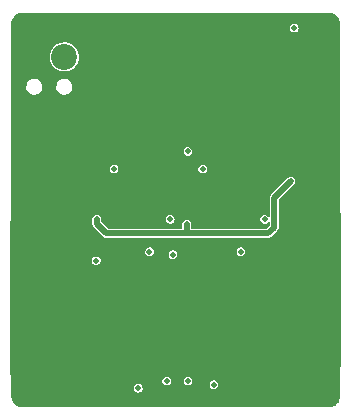
<source format=gbl>
%TF.GenerationSoftware,KiCad,Pcbnew,5.99.0-unknown-b691c18bfc~117~ubuntu20.10.1*%
%TF.CreationDate,2021-03-07T12:14:31-07:00*%
%TF.ProjectId,maam-011132,6d61616d-2d30-4313-9131-33322e6b6963,rev?*%
%TF.SameCoordinates,Original*%
%TF.FileFunction,Copper,L4,Bot*%
%TF.FilePolarity,Positive*%
%FSLAX46Y46*%
G04 Gerber Fmt 4.6, Leading zero omitted, Abs format (unit mm)*
G04 Created by KiCad (PCBNEW 5.99.0-unknown-b691c18bfc~117~ubuntu20.10.1) date 2021-03-07 12:14:31*
%MOMM*%
%LPD*%
G01*
G04 APERTURE LIST*
%TA.AperFunction,ComponentPad*%
%ADD10C,0.500000*%
%TD*%
%TA.AperFunction,ComponentPad*%
%ADD11C,3.000000*%
%TD*%
%TA.AperFunction,SMDPad,CuDef*%
%ADD12R,5.100000X13.000000*%
%TD*%
%TA.AperFunction,ComponentPad*%
%ADD13C,2.200000*%
%TD*%
%TA.AperFunction,ComponentPad*%
%ADD14R,2.200000X2.200000*%
%TD*%
%TA.AperFunction,ViaPad*%
%ADD15C,0.480000*%
%TD*%
%TA.AperFunction,ViaPad*%
%ADD16C,0.800000*%
%TD*%
%TA.AperFunction,Conductor*%
%ADD17C,0.500000*%
%TD*%
G04 APERTURE END LIST*
D10*
%TO.P,J4,2,Ext*%
%TO.N,EP*%
X99835000Y-65125000D03*
X99835000Y-68125000D03*
D11*
X102225000Y-73800000D03*
D10*
X99835000Y-67125000D03*
X99835000Y-71925000D03*
X99835000Y-72925000D03*
X99835000Y-73925000D03*
D12*
X101985000Y-69125000D03*
D11*
X102225000Y-64450000D03*
D10*
X99835000Y-63125000D03*
X99835000Y-66125000D03*
X99835000Y-74925000D03*
X99835000Y-69925000D03*
X99835000Y-64125000D03*
X99835000Y-70925000D03*
%TD*%
%TO.P,J3,2,Ext*%
%TO.N,EP*%
X127100000Y-72475000D03*
X127100000Y-69475000D03*
D11*
X124710000Y-63800000D03*
D10*
X127100000Y-70475000D03*
X127100000Y-65675000D03*
X127100000Y-64675000D03*
X127100000Y-63675000D03*
D12*
X124950000Y-68475000D03*
D11*
X124710000Y-73150000D03*
D10*
X127100000Y-74475000D03*
X127100000Y-71475000D03*
X127100000Y-62675000D03*
X127100000Y-67675000D03*
X127100000Y-73475000D03*
X127100000Y-66675000D03*
%TD*%
D13*
%TO.P,J1,2,Pin_2*%
%TO.N,Net-(J1-Pad2)*%
X104040000Y-48740000D03*
D14*
%TO.P,J1,1,Pin_1*%
%TO.N,EP*%
X101500000Y-48740000D03*
%TD*%
D15*
%TO.N,EP*%
X112000000Y-74250000D03*
D16*
X121500000Y-51490000D03*
D15*
X114000000Y-67900000D03*
D16*
X111000000Y-54740000D03*
D15*
X122750000Y-72000000D03*
D16*
X115500000Y-51240000D03*
D15*
X126500000Y-46000000D03*
D16*
X117250000Y-46490000D03*
D15*
X117750000Y-73750000D03*
X113400000Y-69700000D03*
X113400000Y-68500000D03*
X105500000Y-76000000D03*
X118750000Y-60000000D03*
X115250000Y-74250000D03*
D16*
X116500000Y-51240000D03*
X115500000Y-54740000D03*
X121250000Y-45740000D03*
D15*
X119750000Y-76500000D03*
X120250000Y-65250000D03*
X115250000Y-72000000D03*
X111000000Y-59000000D03*
X113400000Y-69100000D03*
X104250000Y-72750000D03*
D16*
X115500000Y-48240000D03*
X116000000Y-51990000D03*
X120250000Y-48490000D03*
D15*
X106750000Y-59000000D03*
D16*
X116500000Y-48240000D03*
D15*
X104250000Y-75250000D03*
D16*
X112000000Y-50740000D03*
D15*
X109750000Y-73750000D03*
X104250000Y-63000000D03*
D16*
X109250000Y-57240000D03*
X116000000Y-50490000D03*
X114750000Y-51990000D03*
D15*
X114600000Y-69100000D03*
X114600000Y-68500000D03*
X111000000Y-60000000D03*
X112800000Y-67900000D03*
X114600000Y-69700000D03*
D16*
X119750000Y-47740000D03*
D15*
X114600000Y-67900000D03*
X111250000Y-76000000D03*
D16*
X117500000Y-51740000D03*
X119750000Y-45740000D03*
D15*
X106750000Y-60000000D03*
D16*
X109750000Y-54740000D03*
D15*
X112800000Y-69100000D03*
X117750000Y-72750000D03*
D16*
X116000000Y-48990000D03*
D15*
X114000000Y-69100000D03*
X114250000Y-59000000D03*
X104250000Y-65500000D03*
D16*
X112250000Y-54740000D03*
D15*
X112250000Y-72000000D03*
X118750000Y-59000000D03*
D16*
X113000000Y-51490000D03*
D15*
X122750000Y-65000000D03*
X112250000Y-65000000D03*
X121500000Y-75750000D03*
X114000000Y-69700000D03*
D16*
X121500000Y-49240000D03*
D15*
X122750000Y-74500000D03*
X109750000Y-72750000D03*
X122750000Y-62500000D03*
X114250000Y-60000000D03*
X112800000Y-69700000D03*
X113400000Y-67900000D03*
X114000000Y-68500000D03*
X112800000Y-68500000D03*
X107500000Y-76750000D03*
X116000000Y-76000000D03*
%TO.N,-5V*%
X114500000Y-56750000D03*
X123500000Y-46300000D03*
%TO.N,/mmic_bias_a/Vd*%
X114500000Y-76200000D03*
X113250000Y-65500000D03*
%TO.N,/mmic_bias_a/Vg*%
X121000000Y-62500000D03*
X116700000Y-76500000D03*
%TO.N,+4V*%
X111250000Y-65250000D03*
X119000000Y-65250000D03*
X115750000Y-58250000D03*
X108250000Y-58250000D03*
%TO.N,/mmic_bias_a1/Vd*%
X106750000Y-66000000D03*
X112700000Y-76200000D03*
%TO.N,/mmic_bias_a1/Vg*%
X113000000Y-62500000D03*
X110300000Y-76800000D03*
%TO.N,/mmic_bias_a/Vp*%
X114400000Y-62900000D03*
X106800000Y-62500000D03*
X123200000Y-59300000D03*
%TD*%
D17*
%TO.N,/mmic_bias_a/Vp*%
X107600000Y-63700000D02*
X114400000Y-63700000D01*
X114400000Y-63700000D02*
X121300000Y-63700000D01*
X121800000Y-60700000D02*
X123200000Y-59300000D01*
X106800000Y-62500000D02*
X106800000Y-62900000D01*
X121800000Y-63200000D02*
X121800000Y-60700000D01*
X121300000Y-63700000D02*
X121800000Y-63200000D01*
X106800000Y-62900000D02*
X107600000Y-63700000D01*
X114400000Y-62900000D02*
X114400000Y-63700000D01*
%TD*%
%TA.AperFunction,Conductor*%
%TO.N,EP*%
G36*
X126457648Y-45030167D02*
G01*
X126457991Y-45030400D01*
X126462403Y-45031147D01*
X126500051Y-45032039D01*
X126556796Y-45033383D01*
X126561441Y-45033666D01*
X126594273Y-45036899D01*
X126598977Y-45037362D01*
X126605039Y-45038261D01*
X126641363Y-45045487D01*
X126732715Y-45063658D01*
X126738664Y-45065148D01*
X126760612Y-45071805D01*
X126765381Y-45073252D01*
X126765384Y-45073253D01*
X126771157Y-45075319D01*
X126891416Y-45125132D01*
X126896941Y-45127745D01*
X126921565Y-45140907D01*
X126926819Y-45144056D01*
X127035054Y-45216376D01*
X127039979Y-45220029D01*
X127061561Y-45237740D01*
X127066107Y-45241860D01*
X127158147Y-45333900D01*
X127162255Y-45338432D01*
X127179973Y-45360021D01*
X127183618Y-45364936D01*
X127255945Y-45473183D01*
X127259095Y-45478438D01*
X127272248Y-45503046D01*
X127274867Y-45508584D01*
X127324682Y-45628848D01*
X127326748Y-45634622D01*
X127334850Y-45661329D01*
X127336341Y-45667280D01*
X127361738Y-45794958D01*
X127362638Y-45801026D01*
X127366335Y-45838569D01*
X127366618Y-45843214D01*
X127368293Y-45913913D01*
X127368441Y-45920164D01*
X127370040Y-45925172D01*
X127373000Y-45944177D01*
X127373000Y-77466282D01*
X127369832Y-77482649D01*
X127369600Y-77482991D01*
X127368853Y-77487402D01*
X127368800Y-77489658D01*
X127368799Y-77489664D01*
X127366618Y-77581787D01*
X127366335Y-77586432D01*
X127362638Y-77623975D01*
X127361739Y-77630039D01*
X127336341Y-77757719D01*
X127334852Y-77763664D01*
X127326746Y-77790384D01*
X127324680Y-77796158D01*
X127274867Y-77916416D01*
X127272249Y-77921952D01*
X127259088Y-77946575D01*
X127255954Y-77951804D01*
X127183618Y-78060064D01*
X127179972Y-78064980D01*
X127167186Y-78080560D01*
X127162259Y-78086563D01*
X127158141Y-78091106D01*
X127066100Y-78183147D01*
X127061568Y-78187255D01*
X127039977Y-78204974D01*
X127035066Y-78208617D01*
X127008524Y-78226351D01*
X126926817Y-78280945D01*
X126921562Y-78284095D01*
X126896953Y-78297249D01*
X126891416Y-78299867D01*
X126771139Y-78349688D01*
X126765389Y-78351745D01*
X126738656Y-78359855D01*
X126732726Y-78361340D01*
X126656443Y-78376514D01*
X126605048Y-78386737D01*
X126598981Y-78387637D01*
X126561433Y-78391335D01*
X126556786Y-78391618D01*
X126484308Y-78393334D01*
X126484307Y-78393334D01*
X126479837Y-78393440D01*
X126475582Y-78394798D01*
X126475579Y-78394799D01*
X126474829Y-78395039D01*
X126455819Y-78398000D01*
X100483718Y-78398000D01*
X100467351Y-78394832D01*
X100467009Y-78394600D01*
X100462598Y-78393853D01*
X100460342Y-78393800D01*
X100460336Y-78393799D01*
X100368213Y-78391618D01*
X100363568Y-78391335D01*
X100331575Y-78388184D01*
X100326023Y-78387638D01*
X100319961Y-78386739D01*
X100192281Y-78361341D01*
X100186336Y-78359852D01*
X100159616Y-78351746D01*
X100153842Y-78349680D01*
X100033584Y-78299867D01*
X100028048Y-78297249D01*
X100003425Y-78284088D01*
X99998196Y-78280954D01*
X99889930Y-78208613D01*
X99885020Y-78204972D01*
X99869440Y-78192186D01*
X99863437Y-78187259D01*
X99858894Y-78183141D01*
X99766853Y-78091100D01*
X99762745Y-78086568D01*
X99745026Y-78064977D01*
X99741382Y-78060064D01*
X99669055Y-77951817D01*
X99665902Y-77946557D01*
X99665901Y-77946555D01*
X99652751Y-77921953D01*
X99650133Y-77916416D01*
X99638541Y-77888432D01*
X99600312Y-77796139D01*
X99598253Y-77790384D01*
X99590145Y-77763656D01*
X99588660Y-77757726D01*
X99569392Y-77660859D01*
X99563263Y-77630048D01*
X99562363Y-77623981D01*
X99558665Y-77586433D01*
X99558382Y-77581786D01*
X99556666Y-77509308D01*
X99556666Y-77509307D01*
X99556560Y-77504837D01*
X99555202Y-77500582D01*
X99555201Y-77500579D01*
X99554961Y-77499829D01*
X99552000Y-77480819D01*
X99552000Y-76858272D01*
X109932086Y-76858272D01*
X109933720Y-76863169D01*
X109933720Y-76863171D01*
X109956245Y-76930686D01*
X109970797Y-76974304D01*
X110045006Y-77071541D01*
X110146711Y-77139498D01*
X110264945Y-77170847D01*
X110293493Y-77168826D01*
X110381807Y-77162573D01*
X110381809Y-77162573D01*
X110386958Y-77162208D01*
X110391710Y-77160196D01*
X110391713Y-77160195D01*
X110494840Y-77116526D01*
X110494842Y-77116524D01*
X110499595Y-77114512D01*
X110590710Y-77032903D01*
X110650478Y-76926180D01*
X110660650Y-76870482D01*
X110671968Y-76808513D01*
X110671968Y-76808511D01*
X110672454Y-76805851D01*
X110672500Y-76800000D01*
X110652417Y-76679341D01*
X110649700Y-76674304D01*
X110620694Y-76620547D01*
X110594333Y-76571692D01*
X110504511Y-76488662D01*
X110435463Y-76458136D01*
X110397361Y-76441291D01*
X110397359Y-76441290D01*
X110392637Y-76439203D01*
X110387494Y-76438758D01*
X110387492Y-76438757D01*
X110275917Y-76429093D01*
X110275914Y-76429093D01*
X110270774Y-76428648D01*
X110265767Y-76429892D01*
X110265764Y-76429892D01*
X110157076Y-76456890D01*
X110157073Y-76456891D01*
X110152062Y-76458136D01*
X110049303Y-76524487D01*
X109973576Y-76620547D01*
X109933047Y-76735956D01*
X109933006Y-76741120D01*
X109933006Y-76741122D01*
X109932767Y-76771541D01*
X109932086Y-76858272D01*
X99552000Y-76858272D01*
X99552000Y-76258272D01*
X112332086Y-76258272D01*
X112333720Y-76263169D01*
X112333720Y-76263171D01*
X112356245Y-76330686D01*
X112370797Y-76374304D01*
X112373930Y-76378409D01*
X112373931Y-76378411D01*
X112407901Y-76422922D01*
X112445006Y-76471541D01*
X112546711Y-76539498D01*
X112664945Y-76570847D01*
X112702528Y-76568186D01*
X112781807Y-76562573D01*
X112781809Y-76562573D01*
X112786958Y-76562208D01*
X112791710Y-76560196D01*
X112791713Y-76560195D01*
X112894840Y-76516526D01*
X112894842Y-76516524D01*
X112899595Y-76514512D01*
X112990710Y-76432903D01*
X113050478Y-76326180D01*
X113061070Y-76268186D01*
X113062881Y-76258272D01*
X114132086Y-76258272D01*
X114133720Y-76263169D01*
X114133720Y-76263171D01*
X114156245Y-76330686D01*
X114170797Y-76374304D01*
X114173930Y-76378409D01*
X114173931Y-76378411D01*
X114207901Y-76422922D01*
X114245006Y-76471541D01*
X114346711Y-76539498D01*
X114464945Y-76570847D01*
X114502528Y-76568186D01*
X114581807Y-76562573D01*
X114581809Y-76562573D01*
X114586958Y-76562208D01*
X114591710Y-76560196D01*
X114591713Y-76560195D01*
X114596254Y-76558272D01*
X116332086Y-76558272D01*
X116333720Y-76563169D01*
X116333720Y-76563171D01*
X116356245Y-76630686D01*
X116370797Y-76674304D01*
X116373930Y-76678409D01*
X116373931Y-76678411D01*
X116407901Y-76722922D01*
X116445006Y-76771541D01*
X116546711Y-76839498D01*
X116664945Y-76870847D01*
X116693493Y-76868826D01*
X116781807Y-76862573D01*
X116781809Y-76862573D01*
X116786958Y-76862208D01*
X116791710Y-76860196D01*
X116791713Y-76860195D01*
X116894840Y-76816526D01*
X116894842Y-76816524D01*
X116899595Y-76814512D01*
X116990710Y-76732903D01*
X117050478Y-76626180D01*
X117060650Y-76570482D01*
X117071968Y-76508513D01*
X117071968Y-76508511D01*
X117072454Y-76505851D01*
X117072500Y-76500000D01*
X117070266Y-76486573D01*
X117053265Y-76384436D01*
X117052417Y-76379341D01*
X117049700Y-76374304D01*
X117020694Y-76320547D01*
X116994333Y-76271692D01*
X116904511Y-76188662D01*
X116835463Y-76158136D01*
X116797361Y-76141291D01*
X116797359Y-76141290D01*
X116792637Y-76139203D01*
X116787494Y-76138758D01*
X116787492Y-76138757D01*
X116675917Y-76129093D01*
X116675914Y-76129093D01*
X116670774Y-76128648D01*
X116665767Y-76129892D01*
X116665764Y-76129892D01*
X116557076Y-76156890D01*
X116557073Y-76156891D01*
X116552062Y-76158136D01*
X116449303Y-76224487D01*
X116373576Y-76320547D01*
X116356419Y-76369404D01*
X116335177Y-76429892D01*
X116333047Y-76435956D01*
X116333006Y-76441120D01*
X116333006Y-76441122D01*
X116332767Y-76471541D01*
X116332086Y-76558272D01*
X114596254Y-76558272D01*
X114694840Y-76516526D01*
X114694842Y-76516524D01*
X114699595Y-76514512D01*
X114790710Y-76432903D01*
X114850478Y-76326180D01*
X114861070Y-76268186D01*
X114871968Y-76208513D01*
X114871968Y-76208511D01*
X114872454Y-76205851D01*
X114872500Y-76200000D01*
X114870266Y-76186573D01*
X114853265Y-76084436D01*
X114852417Y-76079341D01*
X114794333Y-75971692D01*
X114704511Y-75888662D01*
X114635463Y-75858136D01*
X114597361Y-75841291D01*
X114597359Y-75841290D01*
X114592637Y-75839203D01*
X114587494Y-75838758D01*
X114587492Y-75838757D01*
X114475917Y-75829093D01*
X114475914Y-75829093D01*
X114470774Y-75828648D01*
X114465767Y-75829892D01*
X114465764Y-75829892D01*
X114357076Y-75856890D01*
X114357073Y-75856891D01*
X114352062Y-75858136D01*
X114249303Y-75924487D01*
X114173576Y-76020547D01*
X114171864Y-76025423D01*
X114135177Y-76129892D01*
X114133047Y-76135956D01*
X114133006Y-76141120D01*
X114133006Y-76141122D01*
X114132649Y-76186573D01*
X114132086Y-76258272D01*
X113062881Y-76258272D01*
X113071968Y-76208513D01*
X113071968Y-76208511D01*
X113072454Y-76205851D01*
X113072500Y-76200000D01*
X113070266Y-76186573D01*
X113053265Y-76084436D01*
X113052417Y-76079341D01*
X112994333Y-75971692D01*
X112904511Y-75888662D01*
X112835463Y-75858136D01*
X112797361Y-75841291D01*
X112797359Y-75841290D01*
X112792637Y-75839203D01*
X112787494Y-75838758D01*
X112787492Y-75838757D01*
X112675917Y-75829093D01*
X112675914Y-75829093D01*
X112670774Y-75828648D01*
X112665767Y-75829892D01*
X112665764Y-75829892D01*
X112557076Y-75856890D01*
X112557073Y-75856891D01*
X112552062Y-75858136D01*
X112449303Y-75924487D01*
X112373576Y-76020547D01*
X112371864Y-76025423D01*
X112335177Y-76129892D01*
X112333047Y-76135956D01*
X112333006Y-76141120D01*
X112333006Y-76141122D01*
X112332649Y-76186573D01*
X112332086Y-76258272D01*
X99552000Y-76258272D01*
X99552000Y-66058272D01*
X106382086Y-66058272D01*
X106383720Y-66063169D01*
X106383720Y-66063171D01*
X106406245Y-66130686D01*
X106420797Y-66174304D01*
X106495006Y-66271541D01*
X106596711Y-66339498D01*
X106714945Y-66370847D01*
X106743493Y-66368826D01*
X106831807Y-66362573D01*
X106831809Y-66362573D01*
X106836958Y-66362208D01*
X106841710Y-66360196D01*
X106841713Y-66360195D01*
X106944840Y-66316526D01*
X106944842Y-66316524D01*
X106949595Y-66314512D01*
X107040710Y-66232903D01*
X107100478Y-66126180D01*
X107101406Y-66121099D01*
X107121968Y-66008513D01*
X107121968Y-66008511D01*
X107122454Y-66005851D01*
X107122500Y-66000000D01*
X107102417Y-65879341D01*
X107092087Y-65860195D01*
X107068524Y-65816526D01*
X107044333Y-65771692D01*
X106954511Y-65688662D01*
X106885463Y-65658136D01*
X106847361Y-65641291D01*
X106847359Y-65641290D01*
X106842637Y-65639203D01*
X106837494Y-65638758D01*
X106837492Y-65638757D01*
X106725917Y-65629093D01*
X106725914Y-65629093D01*
X106720774Y-65628648D01*
X106715767Y-65629892D01*
X106715764Y-65629892D01*
X106607076Y-65656890D01*
X106607073Y-65656891D01*
X106602062Y-65658136D01*
X106499303Y-65724487D01*
X106423576Y-65820547D01*
X106383047Y-65935956D01*
X106382086Y-66058272D01*
X99552000Y-66058272D01*
X99552000Y-65308272D01*
X110882086Y-65308272D01*
X110883720Y-65313169D01*
X110883720Y-65313171D01*
X110905796Y-65379341D01*
X110920797Y-65424304D01*
X110923930Y-65428409D01*
X110923931Y-65428411D01*
X110933632Y-65441122D01*
X110995006Y-65521541D01*
X111096711Y-65589498D01*
X111214945Y-65620847D01*
X111243493Y-65618826D01*
X111331807Y-65612573D01*
X111331809Y-65612573D01*
X111336958Y-65612208D01*
X111341710Y-65610196D01*
X111341713Y-65610195D01*
X111444840Y-65566526D01*
X111444842Y-65566524D01*
X111449595Y-65564512D01*
X111456562Y-65558272D01*
X112882086Y-65558272D01*
X112883720Y-65563169D01*
X112883720Y-65563171D01*
X112909086Y-65639203D01*
X112920797Y-65674304D01*
X112923930Y-65678409D01*
X112923931Y-65678411D01*
X112934432Y-65692170D01*
X112995006Y-65771541D01*
X113096711Y-65839498D01*
X113214945Y-65870847D01*
X113243493Y-65868826D01*
X113331807Y-65862573D01*
X113331809Y-65862573D01*
X113336958Y-65862208D01*
X113341710Y-65860196D01*
X113341713Y-65860195D01*
X113444840Y-65816526D01*
X113444842Y-65816524D01*
X113449595Y-65814512D01*
X113540710Y-65732903D01*
X113545424Y-65724487D01*
X113581012Y-65660939D01*
X113600478Y-65626180D01*
X113611741Y-65564512D01*
X113621968Y-65508513D01*
X113621968Y-65508511D01*
X113622454Y-65505851D01*
X113622500Y-65500000D01*
X113619655Y-65482903D01*
X113603265Y-65384436D01*
X113602417Y-65379341D01*
X113564070Y-65308272D01*
X118632086Y-65308272D01*
X118633720Y-65313169D01*
X118633720Y-65313171D01*
X118655796Y-65379341D01*
X118670797Y-65424304D01*
X118673930Y-65428409D01*
X118673931Y-65428411D01*
X118683632Y-65441122D01*
X118745006Y-65521541D01*
X118846711Y-65589498D01*
X118964945Y-65620847D01*
X118993493Y-65618826D01*
X119081807Y-65612573D01*
X119081809Y-65612573D01*
X119086958Y-65612208D01*
X119091710Y-65610196D01*
X119091713Y-65610195D01*
X119194840Y-65566526D01*
X119194842Y-65566524D01*
X119199595Y-65564512D01*
X119290710Y-65482903D01*
X119350478Y-65376180D01*
X119361380Y-65316488D01*
X119371968Y-65258513D01*
X119371968Y-65258511D01*
X119372454Y-65255851D01*
X119372500Y-65250000D01*
X119367788Y-65221686D01*
X119353265Y-65134436D01*
X119352417Y-65129341D01*
X119294333Y-65021692D01*
X119204511Y-64938662D01*
X119135463Y-64908136D01*
X119097361Y-64891291D01*
X119097359Y-64891290D01*
X119092637Y-64889203D01*
X119087494Y-64888758D01*
X119087492Y-64888757D01*
X118975917Y-64879093D01*
X118975914Y-64879093D01*
X118970774Y-64878648D01*
X118965767Y-64879892D01*
X118965764Y-64879892D01*
X118857076Y-64906890D01*
X118857073Y-64906891D01*
X118852062Y-64908136D01*
X118749303Y-64974487D01*
X118673576Y-65070547D01*
X118633047Y-65185956D01*
X118632086Y-65308272D01*
X113564070Y-65308272D01*
X113544333Y-65271692D01*
X113454511Y-65188662D01*
X113385463Y-65158136D01*
X113347361Y-65141291D01*
X113347359Y-65141290D01*
X113342637Y-65139203D01*
X113337494Y-65138758D01*
X113337492Y-65138757D01*
X113225917Y-65129093D01*
X113225914Y-65129093D01*
X113220774Y-65128648D01*
X113215767Y-65129892D01*
X113215764Y-65129892D01*
X113107076Y-65156890D01*
X113107073Y-65156891D01*
X113102062Y-65158136D01*
X112999303Y-65224487D01*
X112923576Y-65320547D01*
X112921864Y-65325423D01*
X112885697Y-65428411D01*
X112883047Y-65435956D01*
X112883006Y-65441120D01*
X112883006Y-65441122D01*
X112882678Y-65482903D01*
X112882086Y-65558272D01*
X111456562Y-65558272D01*
X111540710Y-65482903D01*
X111600478Y-65376180D01*
X111611380Y-65316488D01*
X111621968Y-65258513D01*
X111621968Y-65258511D01*
X111622454Y-65255851D01*
X111622500Y-65250000D01*
X111617788Y-65221686D01*
X111603265Y-65134436D01*
X111602417Y-65129341D01*
X111544333Y-65021692D01*
X111454511Y-64938662D01*
X111385463Y-64908136D01*
X111347361Y-64891291D01*
X111347359Y-64891290D01*
X111342637Y-64889203D01*
X111337494Y-64888758D01*
X111337492Y-64888757D01*
X111225917Y-64879093D01*
X111225914Y-64879093D01*
X111220774Y-64878648D01*
X111215767Y-64879892D01*
X111215764Y-64879892D01*
X111107076Y-64906890D01*
X111107073Y-64906891D01*
X111102062Y-64908136D01*
X110999303Y-64974487D01*
X110923576Y-65070547D01*
X110883047Y-65185956D01*
X110882086Y-65308272D01*
X99552000Y-65308272D01*
X99552000Y-62881982D01*
X106417925Y-62881982D01*
X106418532Y-62887112D01*
X106418532Y-62887114D01*
X106422067Y-62916978D01*
X106422500Y-62924324D01*
X106422500Y-62930040D01*
X106422924Y-62932585D01*
X106426111Y-62951734D01*
X106426526Y-62954650D01*
X106432688Y-63006714D01*
X106434924Y-63011370D01*
X106436018Y-63015136D01*
X106437274Y-63018805D01*
X106438122Y-63023898D01*
X106440573Y-63028441D01*
X106440574Y-63028443D01*
X106463031Y-63070061D01*
X106464368Y-63072686D01*
X106487058Y-63119939D01*
X106489589Y-63122950D01*
X106492248Y-63126114D01*
X106492230Y-63126129D01*
X106494272Y-63128549D01*
X106495314Y-63129892D01*
X106497766Y-63134437D01*
X106501559Y-63137943D01*
X106533965Y-63167898D01*
X106535735Y-63169600D01*
X107300593Y-63934458D01*
X107308905Y-63944750D01*
X107314288Y-63953087D01*
X107314290Y-63953090D01*
X107317091Y-63957427D01*
X107326870Y-63965136D01*
X107344767Y-63979245D01*
X107350268Y-63984133D01*
X107354309Y-63988174D01*
X107372197Y-64000957D01*
X107374535Y-64002713D01*
X107411666Y-64031985D01*
X107411670Y-64031987D01*
X107415729Y-64035187D01*
X107420608Y-64036900D01*
X107424042Y-64038788D01*
X107427519Y-64040492D01*
X107431723Y-64043496D01*
X107436670Y-64044975D01*
X107436673Y-64044977D01*
X107481990Y-64058529D01*
X107484788Y-64059439D01*
X107534237Y-64076804D01*
X107538157Y-64077143D01*
X107538159Y-64077144D01*
X107542273Y-64077500D01*
X107542271Y-64077525D01*
X107545417Y-64077790D01*
X107547111Y-64078004D01*
X107552060Y-64079484D01*
X107601325Y-64077548D01*
X107603780Y-64077500D01*
X114383191Y-64077500D01*
X114388584Y-64077733D01*
X114424868Y-64080876D01*
X114424871Y-64080876D01*
X114430011Y-64081321D01*
X114435017Y-64080077D01*
X114435022Y-64080077D01*
X114437975Y-64079343D01*
X114453042Y-64077500D01*
X121254081Y-64077500D01*
X121267233Y-64078900D01*
X121281982Y-64082075D01*
X121287112Y-64081468D01*
X121287114Y-64081468D01*
X121316978Y-64077933D01*
X121324324Y-64077500D01*
X121330040Y-64077500D01*
X121346513Y-64074758D01*
X121351734Y-64073889D01*
X121354650Y-64073474D01*
X121401585Y-64067919D01*
X121406714Y-64067312D01*
X121411370Y-64065076D01*
X121415136Y-64063982D01*
X121418805Y-64062726D01*
X121423898Y-64061878D01*
X121428441Y-64059427D01*
X121428443Y-64059426D01*
X121470061Y-64036969D01*
X121472686Y-64035632D01*
X121516393Y-64014645D01*
X121516395Y-64014644D01*
X121519939Y-64012942D01*
X121526114Y-64007752D01*
X121526129Y-64007769D01*
X121528549Y-64005727D01*
X121529888Y-64004689D01*
X121534437Y-64002234D01*
X121567899Y-63966035D01*
X121569600Y-63964266D01*
X122034460Y-63499406D01*
X122044750Y-63491095D01*
X122053088Y-63485711D01*
X122053089Y-63485710D01*
X122057427Y-63482909D01*
X122079245Y-63455233D01*
X122084133Y-63449732D01*
X122088174Y-63445691D01*
X122100957Y-63427803D01*
X122102713Y-63425465D01*
X122131985Y-63388334D01*
X122131987Y-63388330D01*
X122135187Y-63384271D01*
X122136900Y-63379392D01*
X122138788Y-63375958D01*
X122140492Y-63372481D01*
X122143496Y-63368277D01*
X122144975Y-63363330D01*
X122144977Y-63363327D01*
X122158529Y-63318010D01*
X122159440Y-63315208D01*
X122175499Y-63269479D01*
X122176804Y-63265763D01*
X122177500Y-63257727D01*
X122177525Y-63257729D01*
X122177790Y-63254583D01*
X122178004Y-63252889D01*
X122179484Y-63247940D01*
X122177548Y-63198674D01*
X122177500Y-63196220D01*
X122177500Y-60882254D01*
X122195806Y-60838060D01*
X123486350Y-59547515D01*
X123488174Y-59545691D01*
X123543496Y-59468277D01*
X123579484Y-59347940D01*
X123574552Y-59222434D01*
X123572690Y-59217620D01*
X123572689Y-59217617D01*
X123531098Y-59110111D01*
X123529234Y-59105292D01*
X123448414Y-59009144D01*
X123340808Y-58944361D01*
X123335758Y-58943274D01*
X123335756Y-58943273D01*
X123279413Y-58931143D01*
X123218019Y-58917925D01*
X123212889Y-58918532D01*
X123212887Y-58918532D01*
X123098413Y-58932081D01*
X123098412Y-58932081D01*
X123093286Y-58932688D01*
X122980061Y-58987058D01*
X122977052Y-58989587D01*
X122977049Y-58989589D01*
X122974925Y-58991374D01*
X122974915Y-58991383D01*
X122973886Y-58992248D01*
X122972925Y-58993209D01*
X121565542Y-60400593D01*
X121555250Y-60408905D01*
X121546913Y-60414288D01*
X121546910Y-60414290D01*
X121542573Y-60417091D01*
X121539375Y-60421148D01*
X121520755Y-60444767D01*
X121515867Y-60450268D01*
X121511826Y-60454309D01*
X121499043Y-60472197D01*
X121497287Y-60474535D01*
X121468015Y-60511666D01*
X121468013Y-60511670D01*
X121464813Y-60515729D01*
X121463100Y-60520608D01*
X121461212Y-60524042D01*
X121459508Y-60527519D01*
X121456504Y-60531723D01*
X121455025Y-60536670D01*
X121455023Y-60536673D01*
X121441471Y-60581990D01*
X121440561Y-60584788D01*
X121423196Y-60634237D01*
X121422500Y-60642273D01*
X121422475Y-60642271D01*
X121422210Y-60645417D01*
X121421996Y-60647111D01*
X121420516Y-60652060D01*
X121420719Y-60657220D01*
X121422452Y-60701326D01*
X121422500Y-60703780D01*
X121422500Y-62261776D01*
X121404194Y-62305970D01*
X121360000Y-62324276D01*
X121315806Y-62305970D01*
X121304996Y-62291455D01*
X121296786Y-62276239D01*
X121294333Y-62271692D01*
X121204511Y-62188662D01*
X121135463Y-62158136D01*
X121097361Y-62141291D01*
X121097359Y-62141290D01*
X121092637Y-62139203D01*
X121087494Y-62138758D01*
X121087492Y-62138757D01*
X120975917Y-62129093D01*
X120975914Y-62129093D01*
X120970774Y-62128648D01*
X120965767Y-62129892D01*
X120965764Y-62129892D01*
X120857076Y-62156890D01*
X120857073Y-62156891D01*
X120852062Y-62158136D01*
X120749303Y-62224487D01*
X120673576Y-62320547D01*
X120633047Y-62435956D01*
X120633006Y-62441120D01*
X120633006Y-62441122D01*
X120632567Y-62497114D01*
X120632086Y-62558272D01*
X120633720Y-62563169D01*
X120633720Y-62563171D01*
X120656245Y-62630686D01*
X120670797Y-62674304D01*
X120673930Y-62678409D01*
X120673931Y-62678411D01*
X120699315Y-62711671D01*
X120745006Y-62771541D01*
X120846711Y-62839498D01*
X120964945Y-62870847D01*
X120993493Y-62868826D01*
X121081807Y-62862573D01*
X121081809Y-62862573D01*
X121086958Y-62862208D01*
X121091710Y-62860196D01*
X121091713Y-62860195D01*
X121194840Y-62816526D01*
X121194842Y-62816524D01*
X121199595Y-62814512D01*
X121290710Y-62732903D01*
X121305469Y-62706549D01*
X121343035Y-62676935D01*
X121390539Y-62682557D01*
X121420153Y-62720123D01*
X121422500Y-62737088D01*
X121422500Y-63017746D01*
X121404194Y-63061940D01*
X121161941Y-63304194D01*
X121117747Y-63322500D01*
X114840000Y-63322500D01*
X114795806Y-63304194D01*
X114777500Y-63260000D01*
X114777500Y-62869960D01*
X114761878Y-62776102D01*
X114702234Y-62665563D01*
X114610001Y-62580304D01*
X114605281Y-62578217D01*
X114605279Y-62578216D01*
X114499845Y-62531604D01*
X114499844Y-62531604D01*
X114495124Y-62529517D01*
X114432557Y-62524098D01*
X114375132Y-62519124D01*
X114375129Y-62519124D01*
X114369989Y-62518679D01*
X114364982Y-62519923D01*
X114364979Y-62519923D01*
X114253106Y-62547713D01*
X114253105Y-62547714D01*
X114248091Y-62548959D01*
X114142573Y-62617091D01*
X114064813Y-62715729D01*
X114023196Y-62834237D01*
X114022500Y-62842273D01*
X114022500Y-63260000D01*
X114004194Y-63304194D01*
X113960000Y-63322500D01*
X107782254Y-63322500D01*
X107738060Y-63304194D01*
X107195806Y-62761941D01*
X107177500Y-62717747D01*
X107177500Y-62558272D01*
X112632086Y-62558272D01*
X112633720Y-62563169D01*
X112633720Y-62563171D01*
X112656245Y-62630686D01*
X112670797Y-62674304D01*
X112673930Y-62678409D01*
X112673931Y-62678411D01*
X112699315Y-62711671D01*
X112745006Y-62771541D01*
X112846711Y-62839498D01*
X112964945Y-62870847D01*
X112993493Y-62868826D01*
X113081807Y-62862573D01*
X113081809Y-62862573D01*
X113086958Y-62862208D01*
X113091710Y-62860196D01*
X113091713Y-62860195D01*
X113194840Y-62816526D01*
X113194842Y-62816524D01*
X113199595Y-62814512D01*
X113290710Y-62732903D01*
X113350478Y-62626180D01*
X113358216Y-62583810D01*
X113371968Y-62508513D01*
X113371968Y-62508511D01*
X113372454Y-62505851D01*
X113372500Y-62500000D01*
X113367077Y-62467415D01*
X113353265Y-62384436D01*
X113352417Y-62379341D01*
X113294333Y-62271692D01*
X113204511Y-62188662D01*
X113135463Y-62158136D01*
X113097361Y-62141291D01*
X113097359Y-62141290D01*
X113092637Y-62139203D01*
X113087494Y-62138758D01*
X113087492Y-62138757D01*
X112975917Y-62129093D01*
X112975914Y-62129093D01*
X112970774Y-62128648D01*
X112965767Y-62129892D01*
X112965764Y-62129892D01*
X112857076Y-62156890D01*
X112857073Y-62156891D01*
X112852062Y-62158136D01*
X112749303Y-62224487D01*
X112673576Y-62320547D01*
X112633047Y-62435956D01*
X112633006Y-62441120D01*
X112633006Y-62441122D01*
X112632567Y-62497114D01*
X112632086Y-62558272D01*
X107177500Y-62558272D01*
X107177500Y-62469960D01*
X107161878Y-62376102D01*
X107102234Y-62265563D01*
X107010001Y-62180304D01*
X107005281Y-62178217D01*
X107005279Y-62178216D01*
X106899845Y-62131604D01*
X106899844Y-62131604D01*
X106895124Y-62129517D01*
X106832557Y-62124098D01*
X106775132Y-62119124D01*
X106775129Y-62119124D01*
X106769989Y-62118679D01*
X106764982Y-62119923D01*
X106764979Y-62119923D01*
X106653106Y-62147713D01*
X106653105Y-62147714D01*
X106648091Y-62148959D01*
X106542573Y-62217091D01*
X106464813Y-62315729D01*
X106423196Y-62434237D01*
X106422500Y-62442273D01*
X106422500Y-62854081D01*
X106421100Y-62867233D01*
X106417925Y-62881982D01*
X99552000Y-62881982D01*
X99552000Y-58308272D01*
X107882086Y-58308272D01*
X107883720Y-58313169D01*
X107883720Y-58313171D01*
X107906245Y-58380686D01*
X107920797Y-58424304D01*
X107995006Y-58521541D01*
X108096711Y-58589498D01*
X108214945Y-58620847D01*
X108243493Y-58618826D01*
X108331807Y-58612573D01*
X108331809Y-58612573D01*
X108336958Y-58612208D01*
X108341710Y-58610196D01*
X108341713Y-58610195D01*
X108444840Y-58566526D01*
X108444842Y-58566524D01*
X108449595Y-58564512D01*
X108540710Y-58482903D01*
X108600478Y-58376180D01*
X108601406Y-58371099D01*
X108612880Y-58308272D01*
X115382086Y-58308272D01*
X115383720Y-58313169D01*
X115383720Y-58313171D01*
X115406245Y-58380686D01*
X115420797Y-58424304D01*
X115495006Y-58521541D01*
X115596711Y-58589498D01*
X115714945Y-58620847D01*
X115743493Y-58618826D01*
X115831807Y-58612573D01*
X115831809Y-58612573D01*
X115836958Y-58612208D01*
X115841710Y-58610196D01*
X115841713Y-58610195D01*
X115944840Y-58566526D01*
X115944842Y-58566524D01*
X115949595Y-58564512D01*
X116040710Y-58482903D01*
X116100478Y-58376180D01*
X116101406Y-58371099D01*
X116121968Y-58258513D01*
X116121968Y-58258511D01*
X116122454Y-58255851D01*
X116122500Y-58250000D01*
X116102417Y-58129341D01*
X116044333Y-58021692D01*
X115954511Y-57938662D01*
X115885463Y-57908136D01*
X115847361Y-57891291D01*
X115847359Y-57891290D01*
X115842637Y-57889203D01*
X115837494Y-57888758D01*
X115837492Y-57888757D01*
X115725917Y-57879093D01*
X115725914Y-57879093D01*
X115720774Y-57878648D01*
X115715767Y-57879892D01*
X115715764Y-57879892D01*
X115607076Y-57906890D01*
X115607073Y-57906891D01*
X115602062Y-57908136D01*
X115499303Y-57974487D01*
X115423576Y-58070547D01*
X115383047Y-58185956D01*
X115382086Y-58308272D01*
X108612880Y-58308272D01*
X108621968Y-58258513D01*
X108621968Y-58258511D01*
X108622454Y-58255851D01*
X108622500Y-58250000D01*
X108602417Y-58129341D01*
X108544333Y-58021692D01*
X108454511Y-57938662D01*
X108385463Y-57908136D01*
X108347361Y-57891291D01*
X108347359Y-57891290D01*
X108342637Y-57889203D01*
X108337494Y-57888758D01*
X108337492Y-57888757D01*
X108225917Y-57879093D01*
X108225914Y-57879093D01*
X108220774Y-57878648D01*
X108215767Y-57879892D01*
X108215764Y-57879892D01*
X108107076Y-57906890D01*
X108107073Y-57906891D01*
X108102062Y-57908136D01*
X107999303Y-57974487D01*
X107923576Y-58070547D01*
X107883047Y-58185956D01*
X107882086Y-58308272D01*
X99552000Y-58308272D01*
X99552000Y-56808272D01*
X114132086Y-56808272D01*
X114133720Y-56813169D01*
X114133720Y-56813171D01*
X114156245Y-56880686D01*
X114170797Y-56924304D01*
X114245006Y-57021541D01*
X114346711Y-57089498D01*
X114464945Y-57120847D01*
X114493493Y-57118826D01*
X114581807Y-57112573D01*
X114581809Y-57112573D01*
X114586958Y-57112208D01*
X114591710Y-57110196D01*
X114591713Y-57110195D01*
X114694840Y-57066526D01*
X114694842Y-57066524D01*
X114699595Y-57064512D01*
X114790710Y-56982903D01*
X114850478Y-56876180D01*
X114851406Y-56871099D01*
X114871968Y-56758513D01*
X114871968Y-56758511D01*
X114872454Y-56755851D01*
X114872500Y-56750000D01*
X114852417Y-56629341D01*
X114794333Y-56521692D01*
X114704511Y-56438662D01*
X114635463Y-56408136D01*
X114597361Y-56391291D01*
X114597359Y-56391290D01*
X114592637Y-56389203D01*
X114587494Y-56388758D01*
X114587492Y-56388757D01*
X114475917Y-56379093D01*
X114475914Y-56379093D01*
X114470774Y-56378648D01*
X114465767Y-56379892D01*
X114465764Y-56379892D01*
X114357076Y-56406890D01*
X114357073Y-56406891D01*
X114352062Y-56408136D01*
X114249303Y-56474487D01*
X114173576Y-56570547D01*
X114133047Y-56685956D01*
X114132086Y-56808272D01*
X99552000Y-56808272D01*
X99552000Y-51272853D01*
X100817537Y-51272853D01*
X100835532Y-51435849D01*
X100836826Y-51439386D01*
X100836827Y-51439389D01*
X100874899Y-51543425D01*
X100891888Y-51589849D01*
X100983351Y-51725960D01*
X101104641Y-51836325D01*
X101248755Y-51914572D01*
X101252397Y-51915528D01*
X101252401Y-51915529D01*
X101403726Y-51955228D01*
X101407374Y-51956185D01*
X101494736Y-51957557D01*
X101567572Y-51958702D01*
X101567574Y-51958702D01*
X101571341Y-51958761D01*
X101731189Y-51922151D01*
X101734553Y-51920459D01*
X101734556Y-51920458D01*
X101803948Y-51885557D01*
X101877690Y-51848469D01*
X101880555Y-51846022D01*
X101880558Y-51846020D01*
X101999524Y-51744413D01*
X101999527Y-51744410D01*
X102002386Y-51741968D01*
X102004581Y-51738913D01*
X102004584Y-51738910D01*
X102095879Y-51611859D01*
X102095880Y-51611857D01*
X102098079Y-51608797D01*
X102122684Y-51547589D01*
X102157840Y-51460138D01*
X102157841Y-51460134D01*
X102159244Y-51456644D01*
X102182350Y-51294293D01*
X102182500Y-51280000D01*
X102182255Y-51277979D01*
X102182255Y-51277971D01*
X102181636Y-51272853D01*
X103357537Y-51272853D01*
X103375532Y-51435849D01*
X103376826Y-51439386D01*
X103376827Y-51439389D01*
X103414899Y-51543425D01*
X103431888Y-51589849D01*
X103523351Y-51725960D01*
X103644641Y-51836325D01*
X103788755Y-51914572D01*
X103792397Y-51915528D01*
X103792401Y-51915529D01*
X103943726Y-51955228D01*
X103947374Y-51956185D01*
X104034736Y-51957557D01*
X104107572Y-51958702D01*
X104107574Y-51958702D01*
X104111341Y-51958761D01*
X104271189Y-51922151D01*
X104274553Y-51920459D01*
X104274556Y-51920458D01*
X104343948Y-51885557D01*
X104417690Y-51848469D01*
X104420555Y-51846022D01*
X104420558Y-51846020D01*
X104539524Y-51744413D01*
X104539527Y-51744410D01*
X104542386Y-51741968D01*
X104544581Y-51738913D01*
X104544584Y-51738910D01*
X104635879Y-51611859D01*
X104635880Y-51611857D01*
X104638079Y-51608797D01*
X104662684Y-51547589D01*
X104697840Y-51460138D01*
X104697841Y-51460134D01*
X104699244Y-51456644D01*
X104722350Y-51294293D01*
X104722500Y-51280000D01*
X104722255Y-51277979D01*
X104722255Y-51277971D01*
X104703252Y-51120946D01*
X104702799Y-51117201D01*
X104698854Y-51106759D01*
X104646166Y-50967325D01*
X104644834Y-50963800D01*
X104551951Y-50828655D01*
X104429512Y-50719566D01*
X104284586Y-50642831D01*
X104125540Y-50602882D01*
X104121775Y-50602862D01*
X104121773Y-50602862D01*
X104040360Y-50602436D01*
X103961555Y-50602023D01*
X103957891Y-50602903D01*
X103957888Y-50602903D01*
X103885654Y-50620245D01*
X103802100Y-50640305D01*
X103798758Y-50642030D01*
X103798755Y-50642031D01*
X103729239Y-50677912D01*
X103656378Y-50715518D01*
X103532804Y-50823318D01*
X103438510Y-50957484D01*
X103378942Y-51110269D01*
X103357537Y-51272853D01*
X102181636Y-51272853D01*
X102163252Y-51120946D01*
X102162799Y-51117201D01*
X102158854Y-51106759D01*
X102106166Y-50967325D01*
X102104834Y-50963800D01*
X102011951Y-50828655D01*
X101889512Y-50719566D01*
X101744586Y-50642831D01*
X101585540Y-50602882D01*
X101581775Y-50602862D01*
X101581773Y-50602862D01*
X101500360Y-50602436D01*
X101421555Y-50602023D01*
X101417891Y-50602903D01*
X101417888Y-50602903D01*
X101345654Y-50620245D01*
X101262100Y-50640305D01*
X101258758Y-50642030D01*
X101258755Y-50642031D01*
X101189239Y-50677912D01*
X101116378Y-50715518D01*
X100992804Y-50823318D01*
X100898510Y-50957484D01*
X100838942Y-51110269D01*
X100817537Y-51272853D01*
X99552000Y-51272853D01*
X99552000Y-48817389D01*
X102809932Y-48817389D01*
X102810353Y-48820138D01*
X102810353Y-48820143D01*
X102841157Y-49021442D01*
X102843077Y-49033992D01*
X102843977Y-49036620D01*
X102843978Y-49036625D01*
X102913151Y-49238663D01*
X102914055Y-49241303D01*
X102971521Y-49344549D01*
X103019271Y-49430340D01*
X103019274Y-49430345D01*
X103020623Y-49432768D01*
X103159412Y-49602335D01*
X103326036Y-49744645D01*
X103515227Y-49855199D01*
X103517846Y-49856157D01*
X103517845Y-49856157D01*
X103713087Y-49927606D01*
X103721006Y-49930504D01*
X103936867Y-49968177D01*
X104040506Y-49967634D01*
X104153208Y-49967045D01*
X104153213Y-49967045D01*
X104155988Y-49967030D01*
X104371444Y-49927098D01*
X104424736Y-49906960D01*
X104573819Y-49850627D01*
X104573823Y-49850625D01*
X104576422Y-49849643D01*
X104764445Y-49737113D01*
X104929569Y-49593066D01*
X105066575Y-49422055D01*
X105171133Y-49229485D01*
X105239936Y-49021442D01*
X105270811Y-48804504D01*
X105272500Y-48740000D01*
X105253021Y-48521743D01*
X105230801Y-48440521D01*
X105195935Y-48313070D01*
X105195933Y-48313065D01*
X105195200Y-48310385D01*
X105100865Y-48112606D01*
X104972996Y-47934659D01*
X104815637Y-47782168D01*
X104633761Y-47659952D01*
X104433117Y-47571875D01*
X104430415Y-47571226D01*
X104430411Y-47571225D01*
X104222759Y-47521373D01*
X104222758Y-47521373D01*
X104220047Y-47520722D01*
X104217267Y-47520562D01*
X104217262Y-47520561D01*
X104004067Y-47508268D01*
X104004063Y-47508268D01*
X104001286Y-47508108D01*
X103783749Y-47534433D01*
X103781085Y-47535253D01*
X103781083Y-47535253D01*
X103710290Y-47557032D01*
X103574311Y-47598865D01*
X103571842Y-47600139D01*
X103571838Y-47600141D01*
X103476952Y-47649116D01*
X103379593Y-47699366D01*
X103205750Y-47832760D01*
X103058277Y-47994832D01*
X102941834Y-48180457D01*
X102940800Y-48183029D01*
X102940799Y-48183031D01*
X102889604Y-48310385D01*
X102860104Y-48383768D01*
X102815668Y-48598340D01*
X102815595Y-48601114D01*
X102815595Y-48601117D01*
X102811912Y-48741790D01*
X102809932Y-48817389D01*
X99552000Y-48817389D01*
X99552000Y-46358272D01*
X123132086Y-46358272D01*
X123133720Y-46363169D01*
X123133720Y-46363171D01*
X123156245Y-46430686D01*
X123170797Y-46474304D01*
X123245006Y-46571541D01*
X123346711Y-46639498D01*
X123464945Y-46670847D01*
X123493493Y-46668826D01*
X123581807Y-46662573D01*
X123581809Y-46662573D01*
X123586958Y-46662208D01*
X123591710Y-46660196D01*
X123591713Y-46660195D01*
X123694840Y-46616526D01*
X123694842Y-46616524D01*
X123699595Y-46614512D01*
X123790710Y-46532903D01*
X123850478Y-46426180D01*
X123851406Y-46421099D01*
X123871968Y-46308513D01*
X123871968Y-46308511D01*
X123872454Y-46305851D01*
X123872500Y-46300000D01*
X123852417Y-46179341D01*
X123794333Y-46071692D01*
X123704511Y-45988662D01*
X123635463Y-45958136D01*
X123597361Y-45941291D01*
X123597359Y-45941290D01*
X123592637Y-45939203D01*
X123587494Y-45938758D01*
X123587492Y-45938757D01*
X123475917Y-45929093D01*
X123475914Y-45929093D01*
X123470774Y-45928648D01*
X123465767Y-45929892D01*
X123465764Y-45929892D01*
X123357076Y-45956890D01*
X123357073Y-45956891D01*
X123352062Y-45958136D01*
X123249303Y-46024487D01*
X123173576Y-46120547D01*
X123133047Y-46235956D01*
X123132086Y-46358272D01*
X99552000Y-46358272D01*
X99552000Y-45958716D01*
X99555167Y-45942352D01*
X99555400Y-45942009D01*
X99556147Y-45937597D01*
X99557039Y-45899949D01*
X99558383Y-45843204D01*
X99558666Y-45838559D01*
X99562362Y-45801025D01*
X99563262Y-45794957D01*
X99588658Y-45667285D01*
X99590148Y-45661336D01*
X99598253Y-45634616D01*
X99600320Y-45628840D01*
X99616270Y-45590333D01*
X99650132Y-45508584D01*
X99652745Y-45503059D01*
X99665907Y-45478435D01*
X99669056Y-45473181D01*
X99741376Y-45364946D01*
X99745029Y-45360021D01*
X99762740Y-45338439D01*
X99766860Y-45333893D01*
X99858900Y-45241853D01*
X99863432Y-45237745D01*
X99885023Y-45220026D01*
X99889936Y-45216382D01*
X99898891Y-45210399D01*
X99983426Y-45153915D01*
X99998183Y-45144055D01*
X100003438Y-45140905D01*
X100028047Y-45127751D01*
X100033584Y-45125133D01*
X100153848Y-45075318D01*
X100159622Y-45073252D01*
X100186329Y-45065150D01*
X100192280Y-45063659D01*
X100319958Y-45038262D01*
X100326026Y-45037362D01*
X100363569Y-45033665D01*
X100368214Y-45033382D01*
X100440697Y-45031665D01*
X100440698Y-45031665D01*
X100445164Y-45031559D01*
X100450172Y-45029960D01*
X100469177Y-45027000D01*
X126441284Y-45027000D01*
X126457648Y-45030167D01*
G37*
%TD.AperFunction*%
%TD*%
M02*

</source>
